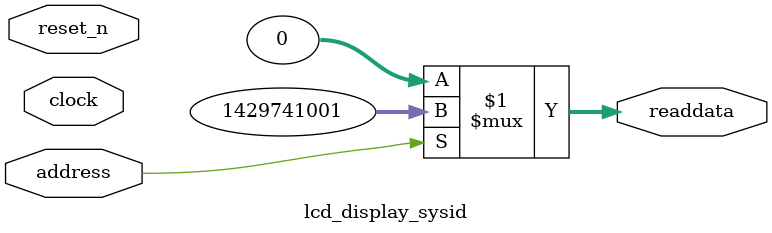
<source format=v>

`timescale 1ns / 1ps
// synthesis translate_on

// turn off superfluous verilog processor warnings 
// altera message_level Level1 
// altera message_off 10034 10035 10036 10037 10230 10240 10030 

module lcd_display_sysid (
               // inputs:
                address,
                clock,
                reset_n,

               // outputs:
                readdata
             )
;

  output  [ 31: 0] readdata;
  input            address;
  input            clock;
  input            reset_n;

  wire    [ 31: 0] readdata;
  //control_slave, which is an e_avalon_slave
  assign readdata = address ? 1429741001 : 0;

endmodule




</source>
